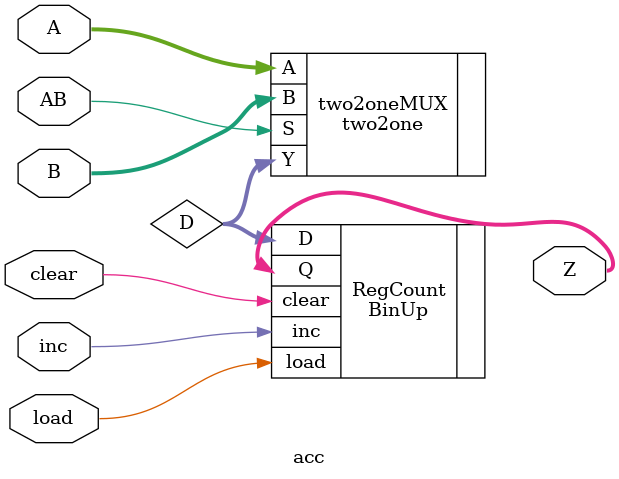
<source format=v>
module acc  
( 
 input clear, load, inc, AB, //declare control inputs 
 input [3:0] A, B,  //declare data inputs 
 output [3:0] Z    //declare output 
); 
 wire [3:0] D;  //declare internal nodes 
 
//instantiate component modules 
two2one #(4) two2oneMUX 
( 
 .A(A) ,     // data input [3:0] A 
 .B(B) ,    // data input [3:0] B 
 .S(AB) ,    // select input  AB.  AB=0 selects A, AB=1 selects B. 
 .Y(D)     // data output [3:0] D 
); 
BinUp  #(4) RegCount 
( 
 .inc(inc) ,   // control input  inc 
 .clear(clear) ,   // input  clear 
 .load(load) ,   // input  load 
 .D(D) ,     // data input from MUX [3:0] D 
 .Q(Z)     // data output from Acc [3:0] Z 
); 
endmodule 
</source>
